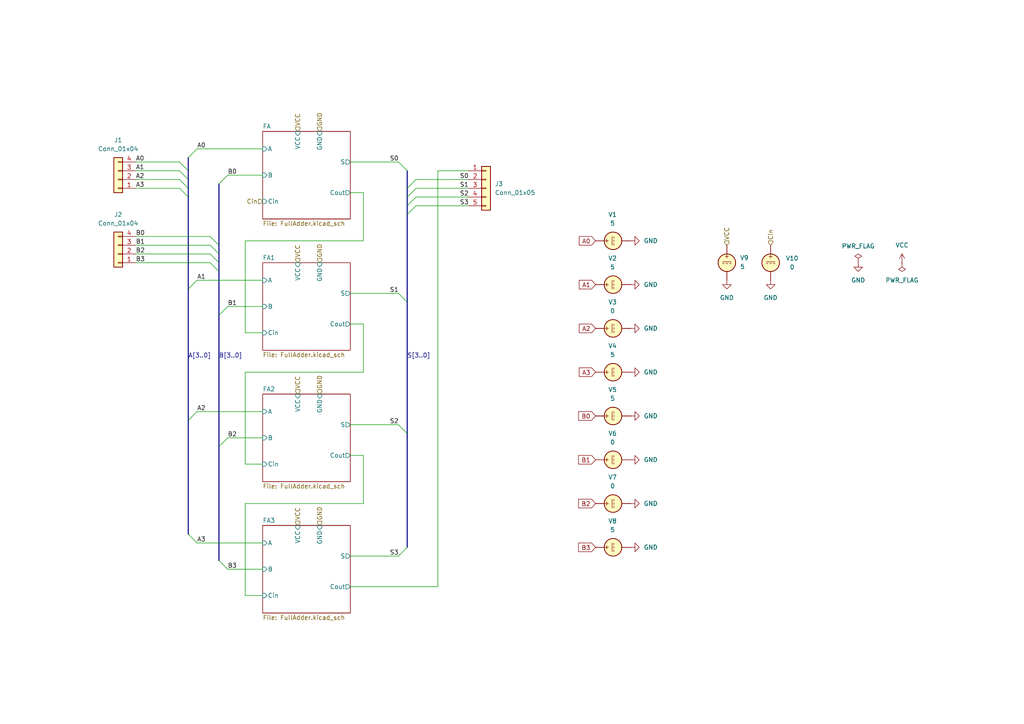
<source format=kicad_sch>
(kicad_sch (version 20231120) (generator "eeschema") (generator_version "8.0")
  (paper "A4")
  (lib_symbols
    (symbol "Connector_Generic:Conn_01x04" (pin_names (offset 1.016) hide)
      (property "Reference" "J" (at 0 5.08 0))
      (property "Value" "Conn_01x04" (at 0 -7.62 0))
      (symbol "Conn_01x04_1_1"
        (rectangle (start -1.27 -4.953) (end 0 -5.207) (stroke (width 0.1524)))
        (rectangle (start -1.27 -2.413) (end 0 -2.667) (stroke (width 0.1524)))
        (rectangle (start -1.27 0.127) (end 0 -0.127) (stroke (width 0.1524)))
        (rectangle (start -1.27 2.667) (end 0 2.413) (stroke (width 0.1524)))
        (rectangle (start -1.27 3.81) (end 1.27 -6.35) (stroke (width 0.254)) (fill (type background)))
        (pin passive line (at -5.08 2.54 0) (length 3.81) (name "Pin_1") (number "1"))
        (pin passive line (at -5.08 0 0) (length 3.81) (name "Pin_2") (number "2"))
        (pin passive line (at -5.08 -2.54 0) (length 3.81) (name "Pin_3") (number "3"))
        (pin passive line (at -5.08 -5.08 0) (length 3.81) (name "Pin_4") (number "4"))
      )
    )
    (symbol "Connector_Generic:Conn_01x05" (pin_names (offset 1.016) hide)
      (property "Reference" "J" (at 0 7.62 0))
      (property "Value" "Conn_01x05" (at 0 -7.62 0))
      (symbol "Conn_01x05_1_1"
        (rectangle (start -1.27 -4.953) (end 0 -5.207) (stroke (width 0.1524)))
        (rectangle (start -1.27 -2.413) (end 0 -2.667) (stroke (width 0.1524)))
        (rectangle (start -1.27 0.127) (end 0 -0.127) (stroke (width 0.1524)))
        (rectangle (start -1.27 2.667) (end 0 2.413) (stroke (width 0.1524)))
        (rectangle (start -1.27 5.207) (end 0 4.953) (stroke (width 0.1524)))
        (rectangle (start -1.27 6.35) (end 1.27 -6.35) (stroke (width 0.254)) (fill (type background)))
        (pin passive line (at -5.08 5.08 0) (length 3.81) (name "Pin_1") (number "1"))
        (pin passive line (at -5.08 2.54 0) (length 3.81) (name "Pin_2") (number "2"))
        (pin passive line (at -5.08 0 0) (length 3.81) (name "Pin_3") (number "3"))
        (pin passive line (at -5.08 -2.54 0) (length 3.81) (name "Pin_4") (number "4"))
        (pin passive line (at -5.08 -5.08 0) (length 3.81) (name "Pin_5") (number "5"))
      )
    )
    (symbol "Simulation_SPICE:VDC" (pin_numbers hide) (pin_names (offset 0.0254))
      (property "Reference" "V" (at 2.54 2.54 0))
      (property "Value" "1" (at 2.54 0 0))
      (symbol "VDC_0_0"
        (polyline (pts (xy -1.27 0.254) (xy 1.27 0.254)))
        (polyline (pts (xy -0.762 -0.254) (xy -1.27 -0.254)))
        (polyline (pts (xy 0.254 -0.254) (xy -0.254 -0.254)))
        (polyline (pts (xy 1.27 -0.254) (xy 0.762 -0.254)))
        (text "+" (at 0 1.905 0) (effects (font (size 1.27 1.27))))
      )
      (symbol "VDC_0_1"
        (circle (center 0 0) (radius 2.54) (stroke (width 0.254)) (fill (type background)))
      )
      (symbol "VDC_1_1"
        (pin passive line (at 0 5.08 270) (length 2.54) (name "~") (number "1"))
        (pin passive line (at 0 -5.08 90) (length 2.54) (name "~") (number "2"))
      )
    )
    (symbol "power:GND" (power) (pin_numbers hide) (pin_names (offset 0) hide)
      (property "Value" "GND" (at 0 -3.81 0))
      (symbol "GND_0_1"
        (polyline (pts (xy 0 0) (xy 0 -1.27) (xy 1.27 -1.27) (xy 0 -2.54) (xy -1.27 -1.27) (xy 0 -1.27)))
      )
      (symbol "GND_1_1"
        (pin power_in line (at 0 0 270) (length 0) (name "~") (number "1"))
      )
    )
    (symbol "power:PWR_FLAG" (power) (pin_numbers hide) (pin_names (offset 0) hide)
      (property "Value" "PWR_FLAG" (at 0 3.81 0))
      (symbol "PWR_FLAG_0_0"
        (pin power_out line (at 0 0 90) (length 0) (name "~") (number "1"))
      )
      (symbol "PWR_FLAG_0_1"
        (polyline (pts (xy 0 0) (xy 0 1.27) (xy -1.016 1.905) (xy 0 2.54) (xy 1.016 1.905) (xy 0 1.27)))
      )
    )
    (symbol "power:VCC" (power) (pin_numbers hide) (pin_names (offset 0) hide)
      (property "Value" "VCC" (at 0 3.556 0))
      (symbol "VCC_0_1"
        (polyline (pts (xy -0.762 1.27) (xy 0 2.54)))
        (polyline (pts (xy 0 0) (xy 0 2.54)))
        (polyline (pts (xy 0 2.54) (xy 0.762 1.27)))
      )
      (symbol "VCC_1_1"
        (pin power_in line (at 0 0 90) (length 0) (name "~") (number "1"))
      )
    )
  )
  (bus_entry (at 118.11 57.15) (size 2.54 -2.54))
  (bus_entry (at 115.57 123.19) (size 2.54 2.54))
  (bus_entry (at 60.96 76.2) (size 2.54 2.54))
  (bus_entry (at 115.57 85.09) (size 2.54 2.54))
  (bus_entry (at 118.11 59.69) (size 2.54 -2.54))
  (bus_entry (at 118.11 158.75) (size -2.54 2.54))
  (bus_entry (at 118.11 49.53) (size -2.54 -2.54))
  (bus_entry (at 60.96 71.12) (size 2.54 2.54))
  (bus_entry (at 63.5 53.34) (size 2.54 -2.54))
  (bus_entry (at 63.5 162.56) (size 2.54 2.54))
  (bus_entry (at 54.61 52.07) (size -2.54 -2.54))
  (bus_entry (at 54.61 121.92) (size 2.54 -2.54))
  (bus_entry (at 63.5 129.54) (size 2.54 -2.54))
  (bus_entry (at 54.61 45.72) (size 2.54 -2.54))
  (bus_entry (at 118.11 54.61) (size 2.54 -2.54))
  (bus_entry (at 60.96 68.58) (size 2.54 2.54))
  (bus_entry (at 54.61 54.61) (size -2.54 -2.54))
  (bus_entry (at 54.61 154.94) (size 2.54 2.54))
  (bus_entry (at 60.96 73.66) (size 2.54 2.54))
  (bus_entry (at 54.61 83.82) (size 2.54 -2.54))
  (bus_entry (at 63.5 91.44) (size 2.54 -2.54))
  (bus_entry (at 54.61 49.53) (size -2.54 -2.54))
  (bus_entry (at 54.61 57.15) (size -2.54 -2.54))
  (bus_entry (at 118.11 62.23) (size 2.54 -2.54))
  (wire (pts (xy 71.12 107.95) (xy 71.12 134.62)))
  (bus (pts (xy 63.5 71.12) (xy 63.5 73.66)))
  (wire (pts (xy 101.6 46.99) (xy 115.57 46.99)))
  (wire (pts (xy 71.12 172.72) (xy 76.2 172.72)))
  (wire (pts (xy 52.07 46.99) (xy 39.37 46.99)))
  (wire (pts (xy 52.07 52.07) (xy 39.37 52.07)))
  (wire (pts (xy 101.6 93.98) (xy 105.41 93.98)))
  (bus (pts (xy 118.11 49.53) (xy 118.11 54.61)))
  (bus (pts (xy 54.61 83.82) (xy 54.61 121.92)))
  (wire (pts (xy 101.6 85.09) (xy 115.57 85.09)))
  (wire (pts (xy 71.12 146.05) (xy 71.12 172.72)))
  (wire (pts (xy 66.04 165.1) (xy 76.2 165.1)))
  (wire (pts (xy 71.12 69.85) (xy 71.12 96.52)))
  (bus (pts (xy 54.61 52.07) (xy 54.61 54.61)))
  (bus (pts (xy 63.5 129.54) (xy 63.5 162.56)))
  (wire (pts (xy 120.65 59.69) (xy 135.89 59.69)))
  (wire (pts (xy 105.41 132.08) (xy 105.41 146.05)))
  (wire (pts (xy 101.6 161.29) (xy 115.57 161.29)))
  (wire (pts (xy 57.15 43.18) (xy 76.2 43.18)))
  (wire (pts (xy 105.41 93.98) (xy 105.41 107.95)))
  (bus (pts (xy 54.61 121.92) (xy 54.61 154.94)))
  (wire (pts (xy 127 49.53) (xy 135.89 49.53)))
  (bus (pts (xy 54.61 57.15) (xy 54.61 83.82)))
  (bus (pts (xy 54.61 54.61) (xy 54.61 57.15)))
  (bus (pts (xy 63.5 53.34) (xy 63.5 71.12)))
  (wire (pts (xy 57.15 81.28) (xy 76.2 81.28)))
  (wire (pts (xy 105.41 107.95) (xy 71.12 107.95)))
  (bus (pts (xy 118.11 62.23) (xy 118.11 87.63)))
  (bus (pts (xy 118.11 87.63) (xy 118.11 125.73)))
  (wire (pts (xy 52.07 49.53) (xy 39.37 49.53)))
  (wire (pts (xy 105.41 55.88) (xy 105.41 69.85)))
  (bus (pts (xy 63.5 91.44) (xy 63.5 129.54)))
  (wire (pts (xy 120.65 57.15) (xy 135.89 57.15)))
  (wire (pts (xy 101.6 132.08) (xy 105.41 132.08)))
  (bus (pts (xy 118.11 125.73) (xy 118.11 158.75)))
  (bus (pts (xy 63.5 78.74) (xy 63.5 91.44)))
  (wire (pts (xy 60.96 68.58) (xy 39.37 68.58)))
  (wire (pts (xy 105.41 146.05) (xy 71.12 146.05)))
  (wire (pts (xy 120.65 54.61) (xy 135.89 54.61)))
  (wire (pts (xy 105.41 69.85) (xy 71.12 69.85)))
  (wire (pts (xy 60.96 73.66) (xy 39.37 73.66)))
  (wire (pts (xy 127 170.18) (xy 127 49.53)))
  (wire (pts (xy 71.12 134.62) (xy 76.2 134.62)))
  (wire (pts (xy 66.04 88.9) (xy 76.2 88.9)))
  (wire (pts (xy 66.04 50.8) (xy 76.2 50.8)))
  (bus (pts (xy 118.11 57.15) (xy 118.11 59.69)))
  (wire (pts (xy 57.15 157.48) (xy 76.2 157.48)))
  (bus (pts (xy 54.61 49.53) (xy 54.61 52.07)))
  (wire (pts (xy 66.04 127) (xy 76.2 127)))
  (wire (pts (xy 101.6 55.88) (xy 105.41 55.88)))
  (wire (pts (xy 57.15 119.38) (xy 76.2 119.38)))
  (bus (pts (xy 63.5 76.2) (xy 63.5 78.74)))
  (wire (pts (xy 71.12 96.52) (xy 76.2 96.52)))
  (wire (pts (xy 101.6 123.19) (xy 115.57 123.19)))
  (bus (pts (xy 63.5 73.66) (xy 63.5 76.2)))
  (bus (pts (xy 54.61 45.72) (xy 54.61 49.53)))
  (wire (pts (xy 60.96 76.2) (xy 39.37 76.2)))
  (wire (pts (xy 60.96 71.12) (xy 39.37 71.12)))
  (bus (pts (xy 118.11 54.61) (xy 118.11 57.15)))
  (wire (pts (xy 101.6 170.18) (xy 127 170.18)))
  (wire (pts (xy 120.65 52.07) (xy 135.89 52.07)))
  (wire (pts (xy 52.07 54.61) (xy 39.37 54.61)))
  (bus (pts (xy 118.11 59.69) (xy 118.11 62.23)))
  (label "A3" (at 57.15 157.48 0))
  (label "S1" (at 113.03 85.09 0))
  (label "A0" (at 57.15 43.18 0))
  (label "S3" (at 133.35 59.69 0))
  (label "B0" (at 39.37 68.58 0))
  (label "B3" (at 66.04 165.1 0))
  (label "S2" (at 113.03 123.19 0))
  (label "A1" (at 57.15 81.28 0))
  (label "B2" (at 66.04 127 0))
  (label "A3" (at 39.37 54.61 0))
  (label "A1" (at 39.37 49.53 0))
  (label "B0" (at 66.04 50.8 0))
  (label "S0" (at 133.35 52.07 0))
  (label "A2" (at 57.15 119.38 0))
  (label "S0" (at 113.03 46.99 0))
  (label "B3" (at 39.37 76.2 0))
  (label "S3" (at 113.03 161.29 0))
  (label "A[3..0]" (at 54.61 104.14 0))
  (label "B[3..0]" (at 63.5 104.14 0))
  (label "A2" (at 39.37 52.07 0))
  (label "S[3..0]" (at 118.11 104.14 0))
  (label "A0" (at 39.37 46.99 0))
  (label "S1" (at 133.35 54.61 0))
  (label "B1" (at 39.37 71.12 0))
  (label "S2" (at 133.35 57.15 0))
  (label "B2" (at 39.37 73.66 0))
  (label "B1" (at 66.04 88.9 0))
  (global_label "B0" (shape input) (at 172.72 120.65 180) (property "Intersheetrefs" "${INTERSHEET_REFS}" (effects (hide yes))))
  (global_label "B1" (shape input) (at 172.72 133.35 180) (property "Intersheetrefs" "${INTERSHEET_REFS}" (effects (hide yes))))
  (global_label "A0" (shape input) (at 172.72 69.85 180) (property "Intersheetrefs" "${INTERSHEET_REFS}" (effects (hide yes))))
  (global_label "B2" (shape input) (at 172.72 146.05 180) (property "Intersheetrefs" "${INTERSHEET_REFS}" (effects (hide yes))))
  (global_label "B3" (shape input) (at 172.72 158.75 180) (property "Intersheetrefs" "${INTERSHEET_REFS}" (effects (hide yes))))
  (global_label "A1" (shape input) (at 172.72 82.55 180) (property "Intersheetrefs" "${INTERSHEET_REFS}" (effects (hide yes))))
  (global_label "A2" (shape input) (at 172.72 95.25 180) (property "Intersheetrefs" "${INTERSHEET_REFS}" (effects (hide yes))))
  (global_label "A3" (shape input) (at 172.72 107.95 180) (property "Intersheetrefs" "${INTERSHEET_REFS}" (effects (hide yes))))
  (hierarchical_label "VCC" (shape input) (at 86.36 152.4 90))
  (hierarchical_label "Cin" (shape input) (at 223.52 71.12 90))
  (hierarchical_label "GND" (shape input) (at 92.71 38.1 90))
  (hierarchical_label "VCC" (shape input) (at 86.36 114.3 90))
  (hierarchical_label "GND" (shape input) (at 92.71 76.2 90))
  (hierarchical_label "VCC" (shape input) (at 210.82 71.12 90))
  (hierarchical_label "Cin" (shape input) (at 76.2 58.42 180))
  (hierarchical_label "VCC" (shape input) (at 86.36 76.2 90))
  (hierarchical_label "GND" (shape input) (at 92.71 114.3 90))
  (hierarchical_label "VCC" (shape input) (at 86.36 38.1 90))
  (hierarchical_label "GND" (shape input) (at 92.71 152.4 90))
  (symbol (lib_id "Simulation_SPICE:VDC") (at 177.8 82.55 90) (unit 1)
    (property "Reference" "V2" (at 177.6702 74.93 90))
    (property "Value" "5" (at 177.6702 77.47 90))
    (property "Datasheet" "https://ngspice.sourceforge.io/docs/ngspice-html-manual/manual.xhtml#sec_Independent_Sources_for" (effects (hide yes)))
    (property "Description" "Voltage source, DC" (effects (hide yes)))
    (property "Sim.Pins" "1=+ 2=-" (effects (hide yes)))
    (property "Sim.Type" "DC" (effects (hide yes)))
    (property "Sim.Device" "V" (effects (hide yes)))
  )
  (symbol (lib_id "Simulation_SPICE:VDC") (at 210.82 76.2 0) (unit 1)
    (property "Reference" "V9" (at 214.63 74.8001 0) (effects (justify left)))
    (property "Value" "5" (at 214.63 77.3401 0) (effects (justify left)))
    (property "Datasheet" "https://ngspice.sourceforge.io/docs/ngspice-html-manual/manual.xhtml#sec_Independent_Sources_for" (effects (hide yes)))
    (property "Description" "Voltage source, DC" (effects (hide yes)))
    (property "Sim.Pins" "1=+ 2=-" (effects (hide yes)))
    (property "Sim.Type" "DC" (effects (hide yes)))
    (property "Sim.Device" "V" (effects (hide yes)))
  )
  (symbol (lib_id "power:PWR_FLAG") (at 248.92 76.2 0) (unit 1)
    (property "Reference" "#FLG01" (effects (hide yes)))
    (property "Value" "PWR_FLAG" (at 248.92 71.374 0))
    (property "Description" "Special symbol for telling ERC where power comes from" (effects (hide yes)))
  )
  (symbol (lib_id "power:GND") (at 182.88 95.25 90) (unit 1)
    (property "Reference" "#PWR03" (effects (hide yes)))
    (property "Value" "GND" (at 186.69 95.2499 90) (effects (justify right)))
    (property "Description" "Power symbol creates a global label with name \"GND\" , ground" (effects (hide yes)))
  )
  (symbol (lib_id "power:PWR_FLAG") (at 261.62 76.2 180) (unit 1)
    (property "Reference" "#FLG02" (effects (hide yes)))
    (property "Value" "PWR_FLAG" (at 261.62 81.28 0))
    (property "Description" "Special symbol for telling ERC where power comes from" (effects (hide yes)))
  )
  (symbol (lib_id "power:GND") (at 182.88 120.65 90) (unit 1)
    (property "Reference" "#PWR05" (effects (hide yes)))
    (property "Value" "GND" (at 186.69 120.6499 90) (effects (justify right)))
    (property "Description" "Power symbol creates a global label with name \"GND\" , ground" (effects (hide yes)))
  )
  (symbol (lib_id "power:GND") (at 182.88 69.85 90) (unit 1)
    (property "Reference" "#PWR01" (effects (hide yes)))
    (property "Value" "GND" (at 186.69 69.8499 90) (effects (justify right)))
    (property "Description" "Power symbol creates a global label with name \"GND\" , ground" (effects (hide yes)))
  )
  (symbol (lib_id "power:GND") (at 182.88 107.95 90) (unit 1)
    (property "Reference" "#PWR04" (effects (hide yes)))
    (property "Value" "GND" (at 186.69 107.9499 90) (effects (justify right)))
    (property "Description" "Power symbol creates a global label with name \"GND\" , ground" (effects (hide yes)))
  )
  (symbol (lib_id "power:GND") (at 248.92 76.2 0) (unit 1)
    (property "Reference" "#PWR011" (effects (hide yes)))
    (property "Value" "GND" (at 248.92 81.28 0))
    (property "Description" "Power symbol creates a global label with name \"GND\" , ground" (effects (hide yes)))
  )
  (symbol (lib_id "power:GND") (at 210.82 81.28 0) (unit 1)
    (property "Reference" "#PWR09" (effects (hide yes)))
    (property "Value" "GND" (at 210.82 86.36 0))
    (property "Description" "Power symbol creates a global label with name \"GND\" , ground" (effects (hide yes)))
  )
  (symbol (lib_id "Connector_Generic:Conn_01x04") (at 34.29 52.07 180) (unit 1) (exclude_from_sim yes)
    (property "Reference" "J1" (at 34.29 40.64 0))
    (property "Value" "Conn_01x04" (at 34.29 43.18 0))
    (property "Description" "Generic connector, single row, 01x04, script generated (kicad-library-utils/schlib/autogen/connector/)" (effects (hide yes)))
  )
  (symbol (lib_id "power:VCC") (at 261.62 76.2 0) (unit 1)
    (property "Reference" "#PWR012" (effects (hide yes)))
    (property "Value" "VCC" (at 261.62 71.12 0))
    (property "Description" "Power symbol creates a global label with name \"VCC\"" (effects (hide yes)))
  )
  (symbol (lib_id "power:GND") (at 182.88 82.55 90) (unit 1)
    (property "Reference" "#PWR02" (effects (hide yes)))
    (property "Value" "GND" (at 186.69 82.5499 90) (effects (justify right)))
    (property "Description" "Power symbol creates a global label with name \"GND\" , ground" (effects (hide yes)))
  )
  (symbol (lib_id "Connector_Generic:Conn_01x05") (at 140.97 54.61 0) (unit 1) (exclude_from_sim yes)
    (property "Reference" "J3" (at 143.51 53.3399 0) (effects (justify left)))
    (property "Value" "Conn_01x05" (at 143.51 55.8799 0) (effects (justify left)))
    (property "Description" "Generic connector, single row, 01x05, script generated (kicad-library-utils/schlib/autogen/connector/)" (effects (hide yes)))
  )
  (symbol (lib_id "Simulation_SPICE:VDC") (at 177.8 120.65 90) (unit 1)
    (property "Reference" "V5" (at 177.6702 113.03 90))
    (property "Value" "5" (at 177.6702 115.57 90))
    (property "Datasheet" "https://ngspice.sourceforge.io/docs/ngspice-html-manual/manual.xhtml#sec_Independent_Sources_for" (effects (hide yes)))
    (property "Description" "Voltage source, DC" (effects (hide yes)))
    (property "Sim.Pins" "1=+ 2=-" (effects (hide yes)))
    (property "Sim.Type" "DC" (effects (hide yes)))
    (property "Sim.Device" "V" (effects (hide yes)))
  )
  (symbol (lib_id "Connector_Generic:Conn_01x04") (at 34.29 73.66 180) (unit 1) (exclude_from_sim yes)
    (property "Reference" "J2" (at 34.29 62.23 0))
    (property "Value" "Conn_01x04" (at 34.29 64.77 0))
    (property "Description" "Generic connector, single row, 01x04, script generated (kicad-library-utils/schlib/autogen/connector/)" (effects (hide yes)))
  )
  (symbol (lib_id "power:GND") (at 182.88 146.05 90) (unit 1)
    (property "Reference" "#PWR07" (effects (hide yes)))
    (property "Value" "GND" (at 186.69 146.0499 90) (effects (justify right)))
    (property "Description" "Power symbol creates a global label with name \"GND\" , ground" (effects (hide yes)))
  )
  (symbol (lib_id "Simulation_SPICE:VDC") (at 177.8 133.35 90) (unit 1)
    (property "Reference" "V6" (at 177.6702 125.73 90))
    (property "Value" "0" (at 177.6702 128.27 90))
    (property "Datasheet" "https://ngspice.sourceforge.io/docs/ngspice-html-manual/manual.xhtml#sec_Independent_Sources_for" (effects (hide yes)))
    (property "Description" "Voltage source, DC" (effects (hide yes)))
    (property "Sim.Pins" "1=+ 2=-" (effects (hide yes)))
    (property "Sim.Type" "DC" (effects (hide yes)))
    (property "Sim.Device" "V" (effects (hide yes)))
  )
  (symbol (lib_id "Simulation_SPICE:VDC") (at 177.8 69.85 90) (unit 1)
    (property "Reference" "V1" (at 177.6702 62.23 90))
    (property "Value" "5" (at 177.6702 64.77 90))
    (property "Datasheet" "https://ngspice.sourceforge.io/docs/ngspice-html-manual/manual.xhtml#sec_Independent_Sources_for" (effects (hide yes)))
    (property "Description" "Voltage source, DC" (effects (hide yes)))
    (property "Sim.Pins" "1=+ 2=-" (effects (hide yes)))
    (property "Sim.Type" "DC" (effects (hide yes)))
    (property "Sim.Device" "V" (effects (hide yes)))
  )
  (symbol (lib_id "power:GND") (at 223.52 81.28 0) (unit 1)
    (property "Reference" "#PWR010" (effects (hide yes)))
    (property "Value" "GND" (at 225.552 86.36 0) (effects (justify right)))
    (property "Description" "Power symbol creates a global label with name \"GND\" , ground" (effects (hide yes)))
  )
  (symbol (lib_id "Simulation_SPICE:VDC") (at 177.8 146.05 90) (unit 1)
    (property "Reference" "V7" (at 177.6702 138.43 90))
    (property "Value" "0" (at 177.6702 140.97 90))
    (property "Datasheet" "https://ngspice.sourceforge.io/docs/ngspice-html-manual/manual.xhtml#sec_Independent_Sources_for" (effects (hide yes)))
    (property "Description" "Voltage source, DC" (effects (hide yes)))
    (property "Sim.Pins" "1=+ 2=-" (effects (hide yes)))
    (property "Sim.Type" "DC" (effects (hide yes)))
    (property "Sim.Device" "V" (effects (hide yes)))
  )
  (symbol (lib_id "Simulation_SPICE:VDC") (at 177.8 158.75 90) (unit 1)
    (property "Reference" "V8" (at 177.6702 151.13 90))
    (property "Value" "5" (at 177.6702 153.67 90))
    (property "Datasheet" "https://ngspice.sourceforge.io/docs/ngspice-html-manual/manual.xhtml#sec_Independent_Sources_for" (effects (hide yes)))
    (property "Description" "Voltage source, DC" (effects (hide yes)))
    (property "Sim.Pins" "1=+ 2=-" (effects (hide yes)))
    (property "Sim.Type" "DC" (effects (hide yes)))
    (property "Sim.Device" "V" (effects (hide yes)))
  )
  (symbol (lib_id "power:GND") (at 182.88 158.75 90) (unit 1)
    (property "Reference" "#PWR08" (effects (hide yes)))
    (property "Value" "GND" (at 186.69 158.7499 90) (effects (justify right)))
    (property "Description" "Power symbol creates a global label with name \"GND\" , ground" (effects (hide yes)))
  )
  (symbol (lib_id "Simulation_SPICE:VDC") (at 177.8 95.25 90) (unit 1)
    (property "Reference" "V3" (at 177.6702 87.63 90))
    (property "Value" "0" (at 177.6702 90.17 90))
    (property "Datasheet" "https://ngspice.sourceforge.io/docs/ngspice-html-manual/manual.xhtml#sec_Independent_Sources_for" (effects (hide yes)))
    (property "Description" "Voltage source, DC" (effects (hide yes)))
    (property "Sim.Pins" "1=+ 2=-" (effects (hide yes)))
    (property "Sim.Type" "DC" (effects (hide yes)))
    (property "Sim.Device" "V" (effects (hide yes)))
  )
  (symbol (lib_id "power:GND") (at 182.88 133.35 90) (unit 1)
    (property "Reference" "#PWR06" (effects (hide yes)))
    (property "Value" "GND" (at 186.69 133.3499 90) (effects (justify right)))
    (property "Description" "Power symbol creates a global label with name \"GND\" , ground" (effects (hide yes)))
  )
  (symbol (lib_id "Simulation_SPICE:VDC") (at 177.8 107.95 90) (unit 1)
    (property "Reference" "V4" (at 177.6702 100.33 90))
    (property "Value" "5" (at 177.6702 102.87 90))
    (property "Datasheet" "https://ngspice.sourceforge.io/docs/ngspice-html-manual/manual.xhtml#sec_Independent_Sources_for" (effects (hide yes)))
    (property "Description" "Voltage source, DC" (effects (hide yes)))
    (property "Sim.Pins" "1=+ 2=-" (effects (hide yes)))
    (property "Sim.Type" "DC" (effects (hide yes)))
    (property "Sim.Device" "V" (effects (hide yes)))
  )
  (symbol (lib_id "Simulation_SPICE:VDC") (at 223.52 76.2 0) (unit 1)
    (property "Reference" "V10" (at 229.7402 74.93 0))
    (property "Value" "0" (at 229.7402 77.47 0))
    (property "Datasheet" "https://ngspice.sourceforge.io/docs/ngspice-html-manual/manual.xhtml#sec_Independent_Sources_for" (effects (hide yes)))
    (property "Description" "Voltage source, DC" (effects (hide yes)))
    (property "Sim.Pins" "1=+ 2=-" (effects (hide yes)))
    (property "Sim.Type" "DC" (effects (hide yes)))
    (property "Sim.Device" "V" (effects (hide yes)))
  )
  (sheet (at 76.2 114.3) (size 25.4 25.4) (stroke (width 0.1524))
    (property "Sheetname" "FA2" (at 76.2 113.5884 0) (effects (justify left bottom)))
    (property "Sheetfile" "FullAdder.kicad_sch" (at 76.2 140.2846 0) (effects (justify left top)))
    (pin "Cout" output (at 101.6 132.08 0))
    (pin "A" input (at 76.2 119.38 180))
    (pin "B" input (at 76.2 127 180))
    (pin "Cin" input (at 76.2 134.62 180))
    (pin "S" output (at 101.6 123.19 0))
    (pin "GND" input (at 92.71 114.3 90))
    (pin "VCC" input (at 86.36 114.3 90))
  )
  (sheet (at 76.2 38.1) (size 25.4 25.4) (stroke (width 0.1524))
    (property "Sheetname" "FA" (at 76.2 37.3884 0) (effects (justify left bottom)))
    (property "Sheetfile" "FullAdder.kicad_sch" (at 76.2 64.0846 0) (effects (justify left top)))
    (pin "Cout" output (at 101.6 55.88 0))
    (pin "A" input (at 76.2 43.18 180))
    (pin "B" input (at 76.2 50.8 180))
    (pin "Cin" input (at 76.2 58.42 180))
    (pin "S" output (at 101.6 46.99 0))
    (pin "GND" input (at 92.71 38.1 90))
    (pin "VCC" input (at 86.36 38.1 90))
  )
  (sheet (at 76.2 76.2) (size 25.4 25.4) (stroke (width 0.1524))
    (property "Sheetname" "FA1" (at 76.2 75.4884 0) (effects (justify left bottom)))
    (property "Sheetfile" "FullAdder.kicad_sch" (at 76.2 102.1846 0) (effects (justify left top)))
    (pin "Cout" output (at 101.6 93.98 0))
    (pin "A" input (at 76.2 81.28 180))
    (pin "B" input (at 76.2 88.9 180))
    (pin "Cin" input (at 76.2 96.52 180))
    (pin "S" output (at 101.6 85.09 0))
    (pin "GND" input (at 92.71 76.2 90))
    (pin "VCC" input (at 86.36 76.2 90))
  )
  (sheet (at 76.2 152.4) (size 25.4 25.4) (stroke (width 0.1524))
    (property "Sheetname" "FA3" (at 76.2 151.6884 0) (effects (justify left bottom)))
    (property "Sheetfile" "FullAdder.kicad_sch" (at 76.2 178.3846 0) (effects (justify left top)))
    (pin "Cout" output (at 101.6 170.18 0))
    (pin "A" input (at 76.2 157.48 180))
    (pin "B" input (at 76.2 165.1 180))
    (pin "Cin" input (at 76.2 172.72 180))
    (pin "S" output (at 101.6 161.29 0))
    (pin "GND" input (at 92.71 152.4 90))
    (pin "VCC" input (at 86.36 152.4 90))
  )
)
</source>
